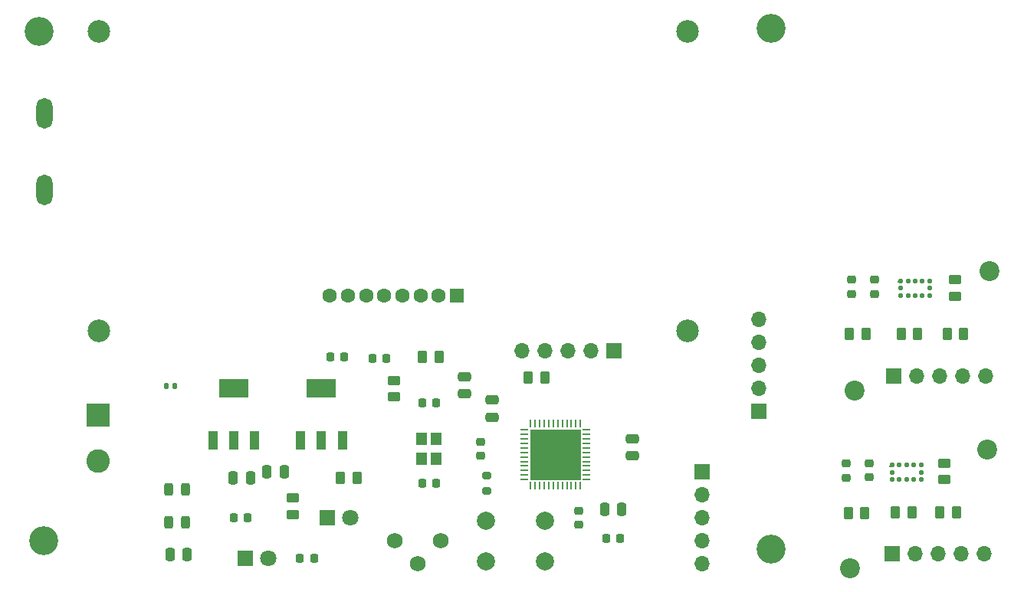
<source format=gts>
G04 #@! TF.GenerationSoftware,KiCad,Pcbnew,(6.0.1)*
G04 #@! TF.CreationDate,2023-06-26T12:25:45-03:00*
G04 #@! TF.ProjectId,SRR-SCHEMATIC,5352522d-5343-4484-954d-415449432e6b,rev?*
G04 #@! TF.SameCoordinates,Original*
G04 #@! TF.FileFunction,Soldermask,Top*
G04 #@! TF.FilePolarity,Negative*
%FSLAX46Y46*%
G04 Gerber Fmt 4.6, Leading zero omitted, Abs format (unit mm)*
G04 Created by KiCad (PCBNEW (6.0.1)) date 2023-06-26 12:25:45*
%MOMM*%
%LPD*%
G01*
G04 APERTURE LIST*
G04 Aperture macros list*
%AMRoundRect*
0 Rectangle with rounded corners*
0 $1 Rounding radius*
0 $2 $3 $4 $5 $6 $7 $8 $9 X,Y pos of 4 corners*
0 Add a 4 corners polygon primitive as box body*
4,1,4,$2,$3,$4,$5,$6,$7,$8,$9,$2,$3,0*
0 Add four circle primitives for the rounded corners*
1,1,$1+$1,$2,$3*
1,1,$1+$1,$4,$5*
1,1,$1+$1,$6,$7*
1,1,$1+$1,$8,$9*
0 Add four rect primitives between the rounded corners*
20,1,$1+$1,$2,$3,$4,$5,0*
20,1,$1+$1,$4,$5,$6,$7,0*
20,1,$1+$1,$6,$7,$8,$9,0*
20,1,$1+$1,$8,$9,$2,$3,0*%
G04 Aperture macros list end*
%ADD10RoundRect,0.250000X0.262500X0.450000X-0.262500X0.450000X-0.262500X-0.450000X0.262500X-0.450000X0*%
%ADD11R,1.700000X1.700000*%
%ADD12O,1.700000X1.700000*%
%ADD13C,2.200000*%
%ADD14R,2.600000X2.600000*%
%ADD15C,2.600000*%
%ADD16RoundRect,0.225000X-0.250000X0.225000X-0.250000X-0.225000X0.250000X-0.225000X0.250000X0.225000X0*%
%ADD17RoundRect,0.062500X-0.375000X-0.062500X0.375000X-0.062500X0.375000X0.062500X-0.375000X0.062500X0*%
%ADD18RoundRect,0.062500X-0.062500X-0.375000X0.062500X-0.375000X0.062500X0.375000X-0.062500X0.375000X0*%
%ADD19R,5.600000X5.600000*%
%ADD20RoundRect,0.225000X0.250000X-0.225000X0.250000X0.225000X-0.250000X0.225000X-0.250000X-0.225000X0*%
%ADD21RoundRect,0.225000X0.225000X0.250000X-0.225000X0.250000X-0.225000X-0.250000X0.225000X-0.250000X0*%
%ADD22RoundRect,0.250000X0.250000X0.475000X-0.250000X0.475000X-0.250000X-0.475000X0.250000X-0.475000X0*%
%ADD23RoundRect,0.250000X-0.250000X-0.475000X0.250000X-0.475000X0.250000X0.475000X-0.250000X0.475000X0*%
%ADD24RoundRect,0.125000X-0.125000X-0.125000X0.125000X-0.125000X0.125000X0.125000X-0.125000X0.125000X0*%
%ADD25RoundRect,0.062500X-0.127500X-0.062500X0.127500X-0.062500X0.127500X0.062500X-0.127500X0.062500X0*%
%ADD26C,2.500000*%
%ADD27R,1.600000X1.600000*%
%ADD28C,1.600000*%
%ADD29O,1.800000X3.400000*%
%ADD30RoundRect,0.243750X0.243750X0.456250X-0.243750X0.456250X-0.243750X-0.456250X0.243750X-0.456250X0*%
%ADD31R,1.800000X1.800000*%
%ADD32C,1.800000*%
%ADD33C,3.200000*%
%ADD34RoundRect,0.250000X-0.262500X-0.450000X0.262500X-0.450000X0.262500X0.450000X-0.262500X0.450000X0*%
%ADD35C,2.000000*%
%ADD36RoundRect,0.250000X0.450000X-0.262500X0.450000X0.262500X-0.450000X0.262500X-0.450000X-0.262500X0*%
%ADD37RoundRect,0.250000X0.475000X-0.250000X0.475000X0.250000X-0.475000X0.250000X-0.475000X-0.250000X0*%
%ADD38RoundRect,0.225000X-0.225000X-0.250000X0.225000X-0.250000X0.225000X0.250000X-0.225000X0.250000X0*%
%ADD39RoundRect,0.147500X-0.147500X-0.172500X0.147500X-0.172500X0.147500X0.172500X-0.147500X0.172500X0*%
%ADD40RoundRect,0.200000X0.275000X-0.200000X0.275000X0.200000X-0.275000X0.200000X-0.275000X-0.200000X0*%
%ADD41R,1.200000X1.400000*%
%ADD42R,1.000000X2.150000*%
%ADD43R,3.250000X2.150000*%
%ADD44RoundRect,0.250000X-0.450000X0.262500X-0.450000X-0.262500X0.450000X-0.262500X0.450000X0.262500X0*%
%ADD45C,1.750000*%
%ADD46RoundRect,0.250000X-0.475000X0.250000X-0.475000X-0.250000X0.475000X-0.250000X0.475000X0.250000X0*%
G04 APERTURE END LIST*
D10*
X162024700Y-76555600D03*
X160199700Y-76555600D03*
D11*
X200355200Y-96062800D03*
D12*
X202895200Y-96062800D03*
X205435200Y-96062800D03*
X207975200Y-96062800D03*
X210515200Y-96062800D03*
D13*
X195757800Y-97612200D03*
D14*
X112695000Y-80705000D03*
D15*
X112695000Y-85785000D03*
D16*
X165735000Y-91300000D03*
X165735000Y-92850000D03*
D17*
X159757500Y-82340000D03*
X159757500Y-82840000D03*
X159757500Y-83340000D03*
X159757500Y-83840000D03*
X159757500Y-84340000D03*
X159757500Y-84840000D03*
X159757500Y-85340000D03*
X159757500Y-85840000D03*
X159757500Y-86340000D03*
X159757500Y-86840000D03*
X159757500Y-87340000D03*
X159757500Y-87840000D03*
D18*
X160445000Y-88527500D03*
X160945000Y-88527500D03*
X161445000Y-88527500D03*
X161945000Y-88527500D03*
X162445000Y-88527500D03*
X162945000Y-88527500D03*
X163445000Y-88527500D03*
X163945000Y-88527500D03*
X164445000Y-88527500D03*
X164945000Y-88527500D03*
X165445000Y-88527500D03*
X165945000Y-88527500D03*
D17*
X166632500Y-87840000D03*
X166632500Y-87340000D03*
X166632500Y-86840000D03*
X166632500Y-86340000D03*
X166632500Y-85840000D03*
X166632500Y-85340000D03*
X166632500Y-84840000D03*
X166632500Y-84340000D03*
X166632500Y-83840000D03*
X166632500Y-83340000D03*
X166632500Y-82840000D03*
X166632500Y-82340000D03*
D18*
X165945000Y-81652500D03*
X165445000Y-81652500D03*
X164945000Y-81652500D03*
X164445000Y-81652500D03*
X163945000Y-81652500D03*
X163445000Y-81652500D03*
X162945000Y-81652500D03*
X162445000Y-81652500D03*
X161945000Y-81652500D03*
X161445000Y-81652500D03*
X160945000Y-81652500D03*
X160445000Y-81652500D03*
D19*
X163195000Y-85090000D03*
D20*
X198477500Y-67310000D03*
X198477500Y-65760000D03*
D21*
X144501200Y-74422000D03*
X142951200Y-74422000D03*
D22*
X133205000Y-86990000D03*
X131305000Y-86990000D03*
D23*
X127575000Y-87675000D03*
X129475000Y-87675000D03*
D24*
X200377500Y-86240000D03*
D25*
X200237500Y-86365000D03*
D24*
X201177500Y-86240000D03*
X201977500Y-86240000D03*
X202777500Y-86240000D03*
X203577500Y-86240000D03*
X203577500Y-87040000D03*
X203577500Y-87840000D03*
X202777500Y-87840000D03*
X201977500Y-87840000D03*
X201177500Y-87840000D03*
X200377500Y-87840000D03*
X200377500Y-87040000D03*
D22*
X122500000Y-96100000D03*
X120600000Y-96100000D03*
D26*
X112775000Y-38275000D03*
X112775000Y-71375000D03*
X177775000Y-38275000D03*
X177775000Y-71375000D03*
D27*
X152275000Y-67475000D03*
D28*
X150275000Y-67475000D03*
X148275000Y-67475000D03*
X146275000Y-67475000D03*
X144275000Y-67475000D03*
X142275000Y-67475000D03*
X140275000Y-67475000D03*
X138275000Y-67475000D03*
D29*
X106725000Y-55825000D03*
X106725000Y-47325000D03*
D30*
X122337500Y-88925000D03*
X120462500Y-88925000D03*
D20*
X195937500Y-67310000D03*
X195937500Y-65760000D03*
D31*
X128900000Y-96520000D03*
D32*
X131440000Y-96520000D03*
D33*
X106125000Y-38275000D03*
D34*
X200740000Y-91440000D03*
X202565000Y-91440000D03*
X195515000Y-91540000D03*
X197340000Y-91540000D03*
D11*
X185623200Y-80264000D03*
D12*
X185623200Y-77724000D03*
X185623200Y-75184000D03*
X185623200Y-72644000D03*
X185623200Y-70104000D03*
D25*
X201182500Y-66000000D03*
D24*
X201322500Y-65875000D03*
X202122500Y-65875000D03*
X202922500Y-65875000D03*
X203722500Y-65875000D03*
X204522500Y-65875000D03*
X204522500Y-66675000D03*
X204522500Y-67475000D03*
X203722500Y-67475000D03*
X202922500Y-67475000D03*
X202122500Y-67475000D03*
X201322500Y-67475000D03*
X201322500Y-66675000D03*
D33*
X187000000Y-95500000D03*
D35*
X162000000Y-92365000D03*
X155500000Y-92365000D03*
X155500000Y-96865000D03*
X162000000Y-96865000D03*
D36*
X206177500Y-87852500D03*
X206177500Y-86027500D03*
D37*
X156210000Y-80960000D03*
X156210000Y-79060000D03*
D34*
X139422500Y-87630000D03*
X141247500Y-87630000D03*
D13*
X210867500Y-84500000D03*
D34*
X201375000Y-71755000D03*
X203200000Y-71755000D03*
D38*
X127670000Y-92070000D03*
X129220000Y-92070000D03*
D39*
X120165000Y-77465000D03*
X121135000Y-77465000D03*
D21*
X150000000Y-88265000D03*
X148450000Y-88265000D03*
D11*
X169616600Y-73634200D03*
D12*
X167076600Y-73634200D03*
X164536600Y-73634200D03*
X161996600Y-73634200D03*
X159456600Y-73634200D03*
D36*
X207367500Y-67587500D03*
X207367500Y-65762500D03*
D33*
X106680000Y-94615000D03*
D34*
X195660000Y-71755000D03*
X197485000Y-71755000D03*
D40*
X155575000Y-89090000D03*
X155575000Y-87440000D03*
D41*
X148425000Y-83355000D03*
X148425000Y-85555000D03*
X150025000Y-85555000D03*
X150025000Y-83355000D03*
D10*
X207490000Y-91465000D03*
X205665000Y-91465000D03*
D20*
X197802500Y-87590000D03*
X197802500Y-86040000D03*
D11*
X200558400Y-76403200D03*
D12*
X203098400Y-76403200D03*
X205638400Y-76403200D03*
X208178400Y-76403200D03*
X210718400Y-76403200D03*
D22*
X170495000Y-91100000D03*
X168595000Y-91100000D03*
D33*
X187000000Y-37975000D03*
D21*
X170350000Y-94375000D03*
X168800000Y-94375000D03*
D42*
X135035000Y-83545000D03*
X137335000Y-83545000D03*
X139635000Y-83545000D03*
D43*
X137335000Y-77745000D03*
D36*
X145389600Y-78710800D03*
X145389600Y-76885800D03*
D21*
X136515000Y-96510000D03*
X134965000Y-96510000D03*
D34*
X148492200Y-74269600D03*
X150317200Y-74269600D03*
D13*
X211177500Y-64770000D03*
D10*
X208280000Y-71755000D03*
X206455000Y-71755000D03*
D38*
X148450000Y-79375000D03*
X150000000Y-79375000D03*
D11*
X179425600Y-86969600D03*
D12*
X179425600Y-89509600D03*
X179425600Y-92049600D03*
X179425600Y-94589600D03*
X179425600Y-97129600D03*
D37*
X153100000Y-78355000D03*
X153100000Y-76455000D03*
D44*
X134160000Y-89887500D03*
X134160000Y-91712500D03*
D30*
X122312500Y-92575000D03*
X120437500Y-92575000D03*
D45*
X150480000Y-94615000D03*
X147940000Y-97155000D03*
X145400000Y-94615000D03*
D13*
X196200000Y-78025000D03*
D38*
X138290000Y-74295000D03*
X139840000Y-74295000D03*
D42*
X125335000Y-83545000D03*
X127635000Y-83545000D03*
X129935000Y-83545000D03*
D43*
X127635000Y-77745000D03*
D20*
X154940000Y-85230000D03*
X154940000Y-83680000D03*
D31*
X137970000Y-92070000D03*
D32*
X140510000Y-92070000D03*
D46*
X171653200Y-83301800D03*
X171653200Y-85201800D03*
D20*
X195277500Y-87615000D03*
X195277500Y-86065000D03*
M02*

</source>
